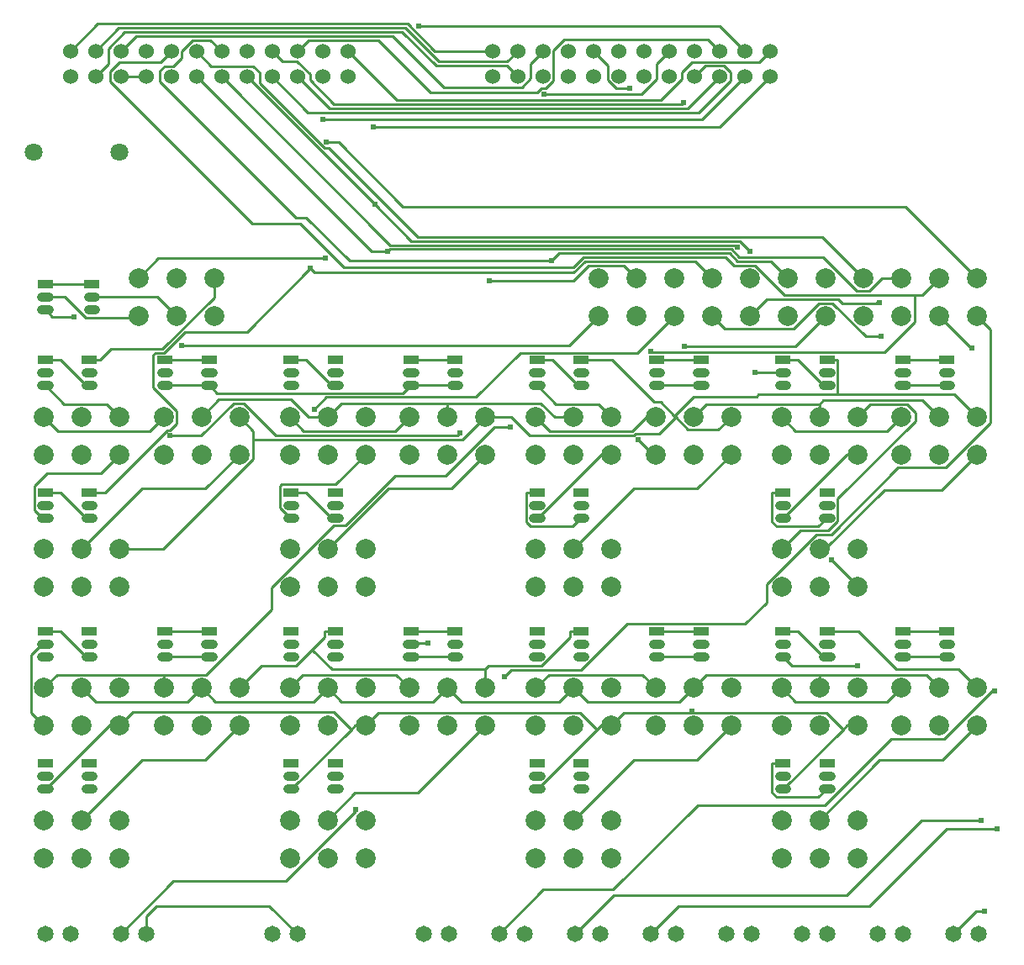
<source format=gtl>
G04 Layer: TopLayer*
G04 EasyEDA v6.4.25, 2021-12-30T01:40:23+01:00*
G04 349a449686454aac8e9d9284578b31c7,bb3cfcbffc6840158e79d7648404357e,10*
G04 Gerber Generator version 0.2*
G04 Scale: 100 percent, Rotated: No, Reflected: No *
G04 Dimensions in millimeters *
G04 leading zeros omitted , absolute positions ,4 integer and 5 decimal *
%FSLAX45Y45*%
%MOMM*%

%ADD10C,0.2540*%
%ADD11C,0.6100*%
%ADD12C,1.6510*%
%ADD13C,1.8000*%
%ADD14C,1.5240*%
%ADD15R,1.6000X0.9000*%
%ADD16C,1.9990*%
%ADD17C,0.9000*%

%LPD*%
D10*
X9207500Y1968492D02*
G01*
X9122384Y1883376D01*
X8700770Y1883376D01*
X8654872Y1929274D01*
X8654872Y2222492D01*
X8763000Y2222492D02*
G01*
X8654872Y2222492D01*
X10414000Y3555992D02*
G01*
X9969500Y3555992D01*
X9131300Y1650992D02*
G01*
X9736277Y2255969D01*
X10371277Y2255969D01*
X10718800Y2603492D01*
X8763000Y3301992D02*
G01*
X8856649Y3208342D01*
X9512300Y3208342D01*
X9207500Y3301992D02*
G01*
X9172676Y3301992D01*
X8918676Y3555992D01*
X8763000Y3555992D01*
X6654800Y1650992D02*
G01*
X7267219Y2263411D01*
X7902219Y2263411D01*
X8242300Y2603492D01*
X7937500Y3555992D02*
G01*
X7493000Y3555992D01*
X5192877Y3434072D02*
G01*
X5021579Y3434072D01*
X5016500Y3428992D01*
X5461000Y3555992D02*
G01*
X5016500Y3555992D01*
X5765800Y2603492D02*
G01*
X5092141Y1929833D01*
X4457141Y1929833D01*
X4178300Y1650992D01*
X1701800Y1650992D02*
G01*
X2314219Y2263411D01*
X2949219Y2263411D01*
X3289300Y2603492D01*
X2984500Y3555992D02*
G01*
X2540000Y3555992D01*
X1320800Y2603492D02*
G01*
X1191666Y2732625D01*
X1191666Y3319086D01*
X1301572Y3428992D01*
X1333500Y3428992D01*
X1778000Y3301992D02*
G01*
X1743176Y3301992D01*
X1489176Y3555992D01*
X1333500Y3555992D01*
X9207500Y4698992D02*
G01*
X9122384Y4613876D01*
X8700770Y4613876D01*
X8654872Y4659774D01*
X8654872Y4952992D01*
X8763000Y4952992D02*
G01*
X8654872Y4952992D01*
X10414000Y6286492D02*
G01*
X9969500Y6286492D01*
X9131300Y4381492D02*
G01*
X9189110Y4381492D01*
X9784588Y4976969D01*
X10361777Y4976969D01*
X10718800Y5333992D01*
X9512300Y5714992D02*
G01*
X9640392Y5843084D01*
X10012375Y5843084D01*
X10096703Y5758756D01*
X10096703Y5672879D01*
X9315780Y4891956D01*
X9315780Y4666150D01*
X9222613Y4572982D01*
X8941790Y4572982D01*
X8750300Y4381492D01*
X8763000Y6159492D02*
G01*
X8482939Y6159492D01*
X9207500Y6032492D02*
G01*
X9172676Y6032492D01*
X8918676Y6286492D01*
X8763000Y6286492D01*
X6731000Y4698992D02*
G01*
X6645884Y4613876D01*
X6224270Y4613876D01*
X6178372Y4659774D01*
X6178372Y4952992D01*
X6286500Y4952992D02*
G01*
X6178372Y4952992D01*
X7480300Y5333992D02*
G01*
X7456703Y5333992D01*
X7304404Y5486290D01*
X6654800Y4381492D02*
G01*
X7267219Y4993911D01*
X7902219Y4993911D01*
X8242300Y5333992D01*
X7493000Y6286492D02*
G01*
X7937500Y6286492D01*
X7035800Y5714992D02*
G01*
X6907707Y5843084D01*
X6475907Y5843084D01*
X6286500Y6032492D01*
X6731000Y6032492D02*
G01*
X6696176Y6032492D01*
X6442176Y6286492D01*
X6286500Y6286492D01*
X4254500Y4698992D02*
G01*
X4219676Y4698992D01*
X3965676Y4952992D01*
X3810000Y4952992D01*
X5461000Y6286492D02*
G01*
X5016500Y6286492D01*
X4178300Y4381492D02*
G01*
X4790719Y4993911D01*
X5425719Y4993911D01*
X5765800Y5333992D01*
X4254500Y6032492D02*
G01*
X4219676Y6032492D01*
X3965676Y6286492D01*
X3810000Y6286492D01*
X1778000Y4698992D02*
G01*
X1743176Y4698992D01*
X1489176Y4952992D01*
X1333500Y4952992D01*
X1701800Y4381492D02*
G01*
X2314219Y4993911D01*
X2949219Y4993911D01*
X3289300Y5333992D01*
X2540000Y6286492D02*
G01*
X2984500Y6286492D01*
X2082800Y5714992D02*
G01*
X1954707Y5843084D01*
X1522907Y5843084D01*
X1333500Y6032492D01*
X1778000Y6032492D02*
G01*
X1743176Y6032492D01*
X1489176Y6286492D01*
X1333500Y6286492D01*
X2654300Y6730992D02*
G01*
X2464308Y6920984D01*
X1802892Y6920984D01*
X2273300Y6730992D02*
G01*
X2253386Y6711078D01*
X1740331Y6711078D01*
X1529918Y6921492D01*
X1333500Y6921492D01*
X1802892Y7047984D02*
G01*
X1442135Y7047984D01*
X1441627Y7048492D01*
X1333500Y7048492D02*
G01*
X1441627Y7048492D01*
X10718800Y7111992D02*
G01*
X9999929Y7830863D01*
X4937302Y7830863D01*
X4289120Y8479045D01*
X4169181Y8479045D01*
X7434199Y6378110D02*
G01*
X7443393Y6368915D01*
X9791471Y6368915D01*
X10090429Y6667873D01*
X10090429Y6941964D01*
X10337800Y7111992D02*
G01*
X10167772Y6941964D01*
X10090429Y6941964D01*
X10090429Y6941964D02*
G01*
X8783980Y6941964D01*
X8485886Y7240059D01*
X8271560Y7240059D01*
X8189798Y7321821D01*
X6753326Y7321821D01*
X6655460Y7223955D01*
X4339869Y7223955D01*
X3902532Y7661292D01*
X3419906Y7661292D01*
X1988007Y9093192D01*
X1988007Y9194919D01*
X2082317Y9289229D01*
X2494737Y9289229D01*
X2603500Y9397992D01*
X2857500Y9143992D02*
G01*
X4621022Y7380470D01*
X4783302Y7380470D01*
X9956800Y7111992D02*
G01*
X9761651Y7111992D01*
X9633534Y6983874D01*
X9504095Y6983874D01*
X9166148Y7321821D01*
X8325815Y7321821D01*
X8244077Y7403558D01*
X4806391Y7403558D01*
X4783302Y7380470D01*
X9575800Y7111992D02*
G01*
X9161627Y7526164D01*
X5088331Y7526164D01*
X4194073Y8420422D01*
X4144899Y8420422D01*
X3492500Y9072821D01*
X3492500Y9184200D01*
X3428365Y9248335D01*
X3007156Y9248335D01*
X2857500Y9397992D01*
X9512300Y4000492D02*
G01*
X9512300Y4014843D01*
X9254134Y4273008D01*
X3111500Y9143992D02*
G01*
X4811064Y7444427D01*
X8286165Y7444427D01*
X8306587Y7424005D01*
X8813800Y7111992D02*
G01*
X8644839Y7280953D01*
X8308873Y7280953D01*
X8227136Y7362690D01*
X6513855Y7362690D01*
X6436106Y7284940D01*
X6436106Y7284940D02*
G01*
X4399127Y7284940D01*
X3964203Y7719865D01*
X3862476Y7719865D01*
X2492527Y9089814D01*
X2492527Y9200227D01*
X2540634Y9248335D01*
X2622753Y9248335D01*
X2707843Y9333425D01*
X2707843Y9395884D01*
X2823006Y9511047D01*
X2998444Y9511047D01*
X3111500Y9397992D01*
X3365500Y9143992D02*
G01*
X3365500Y9142011D01*
X4654981Y7852529D01*
X4656963Y7852529D01*
X8432800Y7380444D02*
G01*
X8432800Y7380698D01*
X8328202Y7485296D01*
X5024196Y7485296D01*
X4656963Y7852529D01*
X1778000Y4952992D02*
G01*
X1936572Y4952992D01*
X2565958Y5582378D01*
X2594559Y5582378D01*
X2659456Y5647275D01*
X2659456Y5774580D01*
X2424125Y6009911D01*
X2424125Y6337546D01*
X2446197Y6359618D01*
X2533497Y6359618D01*
X2746197Y6572318D01*
X3370199Y6572318D01*
X4007840Y7209960D01*
X4007840Y7209960D02*
G01*
X4048709Y7169091D01*
X6658432Y7169091D01*
X6770293Y7280953D01*
X7882839Y7280953D01*
X8051800Y7111992D01*
X9131300Y3112584D02*
G01*
X9131300Y2984492D01*
X10337800Y2984492D02*
G01*
X10209707Y3112584D01*
X9131300Y3112584D01*
X9131300Y3112584D02*
G01*
X7989392Y3112584D01*
X7861300Y2984492D01*
X7861300Y2984492D02*
G01*
X7718425Y2841617D01*
X6797675Y2841617D01*
X6654800Y2984492D01*
X6654800Y2984492D02*
G01*
X6513245Y2842938D01*
X5526354Y2842938D01*
X5384800Y2984492D01*
X5384800Y2984492D02*
G01*
X5243728Y2843420D01*
X4319371Y2843420D01*
X4178300Y2984492D01*
X4178300Y2984492D02*
G01*
X4037406Y2843598D01*
X3049193Y2843598D01*
X2908300Y2984492D01*
X2908300Y2984492D02*
G01*
X2767482Y2843674D01*
X1842617Y2843674D01*
X1701800Y2984492D01*
X9131300Y5843084D02*
G01*
X9131300Y5714992D01*
X5384800Y5852431D02*
G01*
X5384800Y5714992D01*
X5384800Y5852431D02*
G01*
X4315739Y5852431D01*
X4178300Y5714992D01*
X10337800Y5714992D02*
G01*
X10168839Y5883953D01*
X9172168Y5883953D01*
X9131300Y5843084D01*
X9131300Y5843084D02*
G01*
X7989392Y5843084D01*
X7861300Y5714992D01*
X4178300Y5714992D02*
G01*
X3989476Y5714992D01*
X3813860Y5890607D01*
X3083915Y5890607D01*
X2908300Y5714992D01*
X6654800Y5714992D02*
G01*
X6465570Y5714992D01*
X6328130Y5852431D01*
X5384800Y5852431D01*
X5842000Y9397992D02*
G01*
X5261584Y9397992D01*
X4985054Y9674522D01*
X1864029Y9674522D01*
X1587500Y9397992D01*
X6096000Y9143992D02*
G01*
X5989447Y9250545D01*
X5273014Y9250545D01*
X4930775Y9592784D01*
X2137079Y9592784D01*
X1968500Y9424205D01*
X1968500Y9270992D01*
X1841500Y9143992D01*
X6096000Y9397992D02*
G01*
X5989472Y9291464D01*
X5302859Y9291464D01*
X4960670Y9633653D01*
X2077161Y9633653D01*
X1841500Y9397992D01*
X2273300Y7111992D02*
G01*
X2471394Y7310086D01*
X4155059Y7310086D01*
X6350000Y9397992D02*
G01*
X6223000Y9270992D01*
X6223000Y9122046D01*
X6137046Y9036093D01*
X5353253Y9036093D01*
X4837429Y9551916D01*
X2249424Y9551916D01*
X2095500Y9397992D01*
X7289800Y7111992D02*
G01*
X7161707Y7240084D01*
X6807708Y7240084D01*
X6656095Y7088471D01*
X5803823Y7088471D01*
X9956800Y2984492D02*
G01*
X9813925Y2841617D01*
X8893175Y2841617D01*
X8750300Y2984492D01*
X7480300Y2984492D02*
G01*
X7347965Y3116826D01*
X6406134Y3116826D01*
X6273800Y2984492D01*
X7225918Y9023875D02*
G01*
X7084568Y9023875D01*
X6999477Y9108965D01*
X6999477Y9256514D01*
X6858000Y9397992D01*
X5003800Y2984492D02*
G01*
X4871465Y3116826D01*
X3929634Y3116826D01*
X3797300Y2984492D01*
X2527300Y2984492D02*
G01*
X2527300Y3116826D01*
X1320800Y2984492D02*
G01*
X1453134Y3116826D01*
X2527300Y3116826D01*
X2527300Y3116826D02*
G01*
X2950489Y3116826D01*
X3612210Y3778547D01*
X3612210Y3996529D01*
X4241418Y4625738D01*
X4362653Y4625738D01*
X4857267Y5120352D01*
X5371033Y5120352D01*
X5859856Y5609175D01*
X6020358Y5609175D01*
X9956800Y5714992D02*
G01*
X9813925Y5572117D01*
X8893175Y5572117D01*
X8750300Y5714992D01*
X7480300Y5714992D02*
G01*
X7392390Y5714992D01*
X7249515Y5572117D01*
X6416675Y5572117D01*
X6273800Y5714992D01*
X3797300Y5714992D02*
G01*
X3940175Y5572117D01*
X4860925Y5572117D01*
X5003800Y5714992D01*
X2527300Y5714992D02*
G01*
X2384425Y5572117D01*
X1463675Y5572117D01*
X1320800Y5714992D01*
X2590215Y5523755D02*
G01*
X2907639Y5523755D01*
X3233623Y5849739D01*
X3336645Y5849739D01*
X3655822Y5530562D01*
X5489727Y5530562D01*
X5510174Y5551009D01*
X7620000Y9397992D02*
G01*
X7493000Y9270992D01*
X7493000Y9119252D01*
X7338974Y8965227D01*
X6354927Y8965227D01*
X7874000Y9143992D02*
G01*
X7979867Y9249859D01*
X8173110Y9249859D01*
X8237347Y9185622D01*
X8237347Y9102107D01*
X7916545Y8781305D01*
X3982186Y8781305D01*
X3619500Y9143992D01*
X3619500Y9397992D02*
G01*
X3723843Y9293649D01*
X3871696Y9293649D01*
X4000500Y9164845D01*
X4000500Y9105181D01*
X4242638Y8863042D01*
X7743774Y8863042D01*
X7764221Y8883489D01*
X8128000Y9143992D02*
G01*
X7806181Y8822174D01*
X4195318Y8822174D01*
X3873500Y9143992D01*
X8128000Y9397992D02*
G01*
X8011820Y9514171D01*
X6562674Y9514171D01*
X6454343Y9405840D01*
X6454343Y9099466D01*
X6379006Y9024129D01*
X6330391Y9024129D01*
X6292494Y8986232D01*
X5219268Y8986232D01*
X4694478Y9511022D01*
X3986529Y9511022D01*
X3873500Y9397992D01*
X8382000Y9143992D02*
G01*
X7948752Y8710744D01*
X4127500Y8710744D01*
X8382000Y9397992D02*
G01*
X8131886Y9648106D01*
X5094782Y9648106D01*
X4640579Y8635865D02*
G01*
X8127872Y8635865D01*
X8636000Y9143992D01*
X8636000Y9397992D02*
G01*
X8528735Y9290728D01*
X7851266Y9290728D01*
X7747000Y9186461D01*
X7747000Y9117830D01*
X7533081Y8903911D01*
X4875580Y8903911D01*
X4381500Y9397992D01*
X9512300Y5333992D02*
G01*
X9409455Y5333992D01*
X8774455Y4698992D01*
X8763000Y4698992D01*
X7035800Y5333992D02*
G01*
X6932955Y5333992D01*
X6297955Y4698992D01*
X6286500Y4698992D01*
X10414000Y3301992D02*
G01*
X9969500Y3301992D01*
X9512300Y2603492D02*
G01*
X9409455Y2603492D01*
X9369780Y2563817D01*
X7937500Y3301992D02*
G01*
X7493000Y3301992D01*
X5461000Y3301992D02*
G01*
X5016500Y3301992D01*
X2082800Y2603492D02*
G01*
X1979955Y2603492D01*
X1344955Y1968492D01*
X1333500Y1968492D01*
X2082800Y2603492D02*
G01*
X2217978Y2738671D01*
X4241901Y2738671D01*
X4416780Y2563817D01*
X4559300Y2603492D02*
G01*
X4456455Y2603492D01*
X4416780Y2563817D01*
X4416780Y2563817D02*
G01*
X3821455Y1968492D01*
X3810000Y1968492D01*
X2984500Y3301992D02*
G01*
X2540000Y3301992D01*
X10414000Y6032492D02*
G01*
X9969500Y6032492D01*
X7852232Y2731584D02*
G01*
X7852232Y2751142D01*
X7035800Y2603492D02*
G01*
X7163892Y2731584D01*
X7852232Y2731584D01*
X7937500Y6032492D02*
G01*
X7493000Y6032492D01*
X6893280Y2563817D02*
G01*
X6720027Y2737045D01*
X4692853Y2737045D01*
X4559300Y2603492D01*
X7035800Y2603492D02*
G01*
X6932955Y2603492D01*
X6893280Y2563817D01*
X6893280Y2563817D02*
G01*
X6297955Y1968492D01*
X6286500Y1968492D01*
X3810000Y4698992D02*
G01*
X3798544Y4698992D01*
X3701846Y4795690D01*
X3701846Y5018702D01*
X3717950Y5034805D01*
X4260113Y5034805D01*
X4559300Y5333992D01*
X5461000Y6032492D02*
G01*
X5016500Y6032492D01*
X1333500Y4698992D02*
G01*
X1303070Y4698992D01*
X1225346Y4776716D01*
X1225346Y5018702D01*
X1354201Y5147556D01*
X1896363Y5147556D01*
X2082800Y5333992D01*
X2984500Y6032492D02*
G01*
X2540000Y6032492D01*
X8763000Y1968492D02*
G01*
X8774455Y1968492D01*
X9369780Y2563817D01*
X9369780Y2563817D02*
G01*
X9201988Y2731584D01*
X7852232Y2731584D01*
X5016500Y6032492D02*
G01*
X4938928Y5954920D01*
X3062071Y5954920D01*
X2984500Y6032492D01*
X1624939Y6720095D02*
G01*
X1407896Y6720095D01*
X1333500Y6794492D01*
X10718800Y6730992D02*
G01*
X10855020Y6594772D01*
X10855020Y5651339D01*
X10409580Y5205900D01*
X9926827Y5205900D01*
X9253016Y4532088D01*
X9100769Y4532088D01*
X8598128Y4029448D01*
X8598128Y3843748D01*
X8383498Y3629118D01*
X7198486Y3629118D01*
X6734225Y3164857D01*
X6031991Y3164857D01*
X5962268Y3095134D01*
X10337800Y6730992D02*
G01*
X10656722Y6412069D01*
X10671454Y6412069D01*
X5905500Y507992D02*
G01*
X6349491Y951984D01*
X7053656Y951984D01*
X7905750Y1804078D01*
X9184208Y1804078D01*
X9855530Y2475400D01*
X10390860Y2475400D01*
X10867263Y2951802D01*
X10897361Y2951802D01*
X10764240Y1649671D02*
G01*
X10157891Y1649671D01*
X9407143Y898923D01*
X7058431Y898923D01*
X6667500Y507992D01*
X7429500Y507992D02*
G01*
X7711617Y790110D01*
X9636252Y790110D01*
X10414000Y1567858D01*
X10917809Y1567858D01*
X9194800Y6730992D02*
G01*
X8891371Y6427563D01*
X7771739Y6427563D01*
X8432800Y6730992D02*
G01*
X8602852Y6901045D01*
X9324111Y6901045D01*
X9364929Y6860227D01*
X9703790Y6860227D01*
X9725279Y6881715D01*
X9734575Y6881715D01*
X9734575Y6863935D01*
X8051800Y6730992D02*
G01*
X8179892Y6602900D01*
X8871915Y6602900D01*
X9129166Y6860151D01*
X9265488Y6860151D01*
X9597212Y6528427D01*
X9757156Y6528427D01*
X10477500Y507992D02*
G01*
X10706379Y736871D01*
X10794314Y736871D01*
X2711754Y6437800D02*
G01*
X6615607Y6437800D01*
X6908800Y6730992D01*
X7670800Y6730992D02*
G01*
X7299426Y6359618D01*
X6121730Y6359618D01*
X5676138Y5914026D01*
X4165930Y5914026D01*
X4042994Y5791090D01*
X10718800Y2984492D02*
G01*
X10532363Y3170928D01*
X9906990Y3170928D01*
X9521926Y3555992D01*
X9207500Y3555992D01*
X6731000Y3555992D02*
G01*
X6622872Y3555992D01*
X4254500Y3555992D02*
G01*
X4146372Y3555992D01*
X4024884Y3370800D02*
G01*
X4146372Y3492289D01*
X4146372Y3555992D01*
X3289300Y2984492D02*
G01*
X3510559Y3205751D01*
X3859834Y3205751D01*
X4024884Y3370800D01*
X9207500Y6286492D02*
G01*
X9315627Y6286492D01*
X9315627Y5940620D02*
G01*
X9315627Y6286492D01*
X10718800Y5714992D02*
G01*
X10493171Y5940620D01*
X9315627Y5940620D01*
X7669733Y5725203D02*
G01*
X7531404Y5863506D01*
X7468412Y5863506D01*
X7045426Y6286492D01*
X6731000Y6286492D01*
X1778000Y6286492D02*
G01*
X1886127Y6286492D01*
X2095500Y9143992D02*
G01*
X2349500Y9143992D01*
X2349500Y507992D02*
G01*
X2349500Y684344D01*
X2455290Y790135D01*
X3591356Y790135D01*
X3873500Y507992D01*
X7669733Y5725203D02*
G01*
X7865414Y5920884D01*
X8501227Y5920884D01*
X8520963Y5940620D01*
X9315627Y5940620D01*
X3035300Y7111992D02*
G01*
X3035300Y6919257D01*
X2516530Y6400487D01*
X2000122Y6400487D01*
X1886127Y6286492D01*
X5765800Y2984492D02*
G01*
X5765800Y3171512D01*
X6622872Y3555992D02*
G01*
X6622872Y3492289D01*
X6336334Y3205751D01*
X5800039Y3205751D01*
X5765800Y3171512D01*
X5765800Y3171512D02*
G01*
X4224172Y3171512D01*
X4024884Y3370800D01*
X8242300Y5714992D02*
G01*
X8114182Y5586874D01*
X7808036Y5586874D01*
X7684465Y5710471D01*
X7684465Y5710471D02*
G01*
X7669733Y5725203D01*
X7684465Y5710471D02*
G01*
X7518908Y5544913D01*
X7280122Y5544913D01*
X7263638Y5528429D01*
X6210960Y5528429D01*
X6024397Y5714992D01*
X5765800Y5714992D01*
X3432657Y5489694D02*
G01*
X5540502Y5489694D01*
X5765800Y5714992D01*
X3289300Y5714992D02*
G01*
X3432657Y5571634D01*
X3432657Y5489694D01*
X3432657Y5489694D02*
G01*
X3432657Y5289745D01*
X2524404Y4381492D01*
X2082800Y4381492D01*
X2095500Y507992D02*
G01*
X2625470Y1037963D01*
X3755770Y1037963D01*
X4459274Y1741467D01*
X4459274Y1757697D01*
D12*
G01*
X2095500Y508000D03*
G01*
X2349500Y508000D03*
G01*
X3619500Y508000D03*
G01*
X3873500Y508000D03*
G01*
X1333500Y508000D03*
G01*
X1587500Y508000D03*
G01*
X10477500Y508000D03*
G01*
X10731500Y508000D03*
G01*
X9715500Y508000D03*
G01*
X9969500Y508000D03*
G01*
X8953500Y508000D03*
G01*
X9207500Y508000D03*
G01*
X8191500Y508000D03*
G01*
X8445500Y508000D03*
G01*
X7429500Y508000D03*
G01*
X7683500Y508000D03*
G01*
X6667500Y508000D03*
G01*
X6921500Y508000D03*
G01*
X5905500Y508000D03*
G01*
X6159500Y508000D03*
G01*
X5143500Y508000D03*
G01*
X5397500Y508000D03*
D13*
G01*
X1215999Y8382000D03*
G01*
X2086000Y8382000D03*
D14*
G01*
X8636000Y9398000D03*
G01*
X8636000Y9144000D03*
G01*
X8382000Y9398000D03*
G01*
X8382000Y9144000D03*
G01*
X8128000Y9398000D03*
G01*
X8128000Y9144000D03*
G01*
X7874000Y9398000D03*
G01*
X7874000Y9144000D03*
G01*
X7620000Y9398000D03*
G01*
X7620000Y9144000D03*
G01*
X7366000Y9398000D03*
G01*
X7366000Y9144000D03*
G01*
X7112000Y9398000D03*
G01*
X7112000Y9144000D03*
G01*
X6858000Y9398000D03*
G01*
X6858000Y9144000D03*
G01*
X6604000Y9398000D03*
G01*
X6604000Y9144000D03*
G01*
X6350000Y9398000D03*
G01*
X6350000Y9144000D03*
G01*
X6096000Y9398000D03*
G01*
X6096000Y9144000D03*
G01*
X5842000Y9398000D03*
G01*
X5842000Y9144000D03*
G01*
X4381500Y9398000D03*
G01*
X4381500Y9144000D03*
G01*
X4127500Y9398000D03*
G01*
X4127500Y9144000D03*
G01*
X3873500Y9398000D03*
G01*
X3873500Y9144000D03*
G01*
X3619500Y9398000D03*
G01*
X3619500Y9144000D03*
G01*
X3365500Y9398000D03*
G01*
X3365500Y9144000D03*
G01*
X3111500Y9398000D03*
G01*
X3111500Y9144000D03*
G01*
X2857500Y9398000D03*
G01*
X2857500Y9144000D03*
G01*
X2603500Y9398000D03*
G01*
X2603500Y9144000D03*
G01*
X2349500Y9398000D03*
G01*
X2349500Y9144000D03*
G01*
X2095500Y9398000D03*
G01*
X2095500Y9144000D03*
G01*
X1841500Y9398000D03*
G01*
X1841500Y9144000D03*
G01*
X1587500Y9398000D03*
G01*
X1587500Y9144000D03*
D15*
G01*
X1333500Y7048500D03*
G01*
X1802892Y7047992D03*
G01*
X1333500Y6286500D03*
G01*
X1778000Y6286500D03*
G01*
X2540000Y6286500D03*
G01*
X2984500Y6286500D03*
G01*
X1333500Y4953000D03*
G01*
X1778000Y4953000D03*
G01*
X3810000Y6286500D03*
G01*
X4254500Y6286500D03*
G01*
X5016500Y6286500D03*
G01*
X5461000Y6286500D03*
G01*
X3810000Y4953000D03*
G01*
X4254500Y4953000D03*
G01*
X6286500Y6286500D03*
G01*
X6731000Y6286500D03*
G01*
X7493000Y6286500D03*
G01*
X7937500Y6286500D03*
G01*
X6286500Y4953000D03*
G01*
X6731000Y4953000D03*
G01*
X8763000Y6286500D03*
G01*
X9207500Y6286500D03*
G01*
X9969500Y6286500D03*
G01*
X10414000Y6286500D03*
G01*
X8763000Y4953000D03*
G01*
X9207500Y4953000D03*
G01*
X1333500Y3556000D03*
G01*
X1778000Y3556000D03*
G01*
X2540000Y3556000D03*
G01*
X2984500Y3556000D03*
G01*
X1333500Y2222500D03*
G01*
X1778000Y2222500D03*
G01*
X3810000Y3556000D03*
G01*
X4254500Y3556000D03*
G01*
X5016500Y3556000D03*
G01*
X5461000Y3556000D03*
G01*
X3810000Y2222500D03*
G01*
X4254500Y2222500D03*
G01*
X6286500Y3556000D03*
G01*
X6731000Y3556000D03*
G01*
X7493000Y3556000D03*
G01*
X7937500Y3556000D03*
G01*
X6286500Y2222500D03*
G01*
X6731000Y2222500D03*
G01*
X8763000Y3556000D03*
G01*
X9207500Y3556000D03*
G01*
X9969500Y3556000D03*
G01*
X10414000Y3556000D03*
G01*
X8763000Y2222500D03*
G01*
X9207500Y2222500D03*
D16*
G01*
X6908800Y7112000D03*
G01*
X6908800Y6731000D03*
G01*
X7289800Y7112000D03*
G01*
X7289800Y6731000D03*
G01*
X7670800Y7112000D03*
G01*
X7670800Y6731000D03*
G01*
X8051800Y7112000D03*
G01*
X8051800Y6731000D03*
G01*
X8432800Y7112000D03*
G01*
X8432800Y6731000D03*
G01*
X8813800Y7112000D03*
G01*
X8813800Y6731000D03*
G01*
X9194800Y7112000D03*
G01*
X9194800Y6731000D03*
G01*
X9575800Y7112000D03*
G01*
X9575800Y6731000D03*
G01*
X9956800Y7112000D03*
G01*
X9956800Y6731000D03*
G01*
X10337800Y7112000D03*
G01*
X10337800Y6731000D03*
G01*
X10718800Y7112000D03*
G01*
X10718800Y6731000D03*
G01*
X2273300Y7112000D03*
G01*
X2273300Y6731000D03*
G01*
X2654300Y7112000D03*
G01*
X2654300Y6731000D03*
G01*
X3035300Y7112000D03*
G01*
X3035300Y6731000D03*
G01*
X1320800Y5715000D03*
G01*
X1320800Y5334000D03*
G01*
X1701800Y5715000D03*
G01*
X1701800Y5334000D03*
G01*
X2082800Y5715000D03*
G01*
X2082800Y5334000D03*
G01*
X2527300Y5715000D03*
G01*
X2527300Y5334000D03*
G01*
X2908300Y5715000D03*
G01*
X2908300Y5334000D03*
G01*
X3289300Y5715000D03*
G01*
X3289300Y5334000D03*
G01*
X1320800Y4381500D03*
G01*
X1320800Y4000500D03*
G01*
X1701800Y4381500D03*
G01*
X1701800Y4000500D03*
G01*
X2082800Y4381500D03*
G01*
X2082800Y4000500D03*
G01*
X3797300Y5715000D03*
G01*
X3797300Y5334000D03*
G01*
X4178300Y5715000D03*
G01*
X4178300Y5334000D03*
G01*
X4559300Y5715000D03*
G01*
X4559300Y5334000D03*
G01*
X5003800Y5715000D03*
G01*
X5003800Y5334000D03*
G01*
X5384800Y5715000D03*
G01*
X5384800Y5334000D03*
G01*
X5765800Y5715000D03*
G01*
X5765800Y5334000D03*
G01*
X3797300Y4381500D03*
G01*
X3797300Y4000500D03*
G01*
X4178300Y4381500D03*
G01*
X4178300Y4000500D03*
G01*
X4559300Y4381500D03*
G01*
X4559300Y4000500D03*
G01*
X6273800Y5715000D03*
G01*
X6273800Y5334000D03*
G01*
X6654800Y5715000D03*
G01*
X6654800Y5334000D03*
G01*
X7035800Y5715000D03*
G01*
X7035800Y5334000D03*
G01*
X7480300Y5715000D03*
G01*
X7480300Y5334000D03*
G01*
X7861300Y5715000D03*
G01*
X7861300Y5334000D03*
G01*
X8242300Y5715000D03*
G01*
X8242300Y5334000D03*
G01*
X6273800Y4381500D03*
G01*
X6273800Y4000500D03*
G01*
X6654800Y4381500D03*
G01*
X6654800Y4000500D03*
G01*
X7035800Y4381500D03*
G01*
X7035800Y4000500D03*
G01*
X8750300Y5715000D03*
G01*
X8750300Y5334000D03*
G01*
X9131300Y5715000D03*
G01*
X9131300Y5334000D03*
G01*
X9512300Y5715000D03*
G01*
X9512300Y5334000D03*
G01*
X9956800Y5715000D03*
G01*
X9956800Y5334000D03*
G01*
X10337800Y5715000D03*
G01*
X10337800Y5334000D03*
G01*
X10718800Y5715000D03*
G01*
X10718800Y5334000D03*
G01*
X8750300Y4381500D03*
G01*
X8750300Y4000500D03*
G01*
X9131300Y4381500D03*
G01*
X9131300Y4000500D03*
G01*
X9512300Y4381500D03*
G01*
X9512300Y4000500D03*
G01*
X1320800Y2984500D03*
G01*
X1320800Y2603500D03*
G01*
X1701800Y2984500D03*
G01*
X1701800Y2603500D03*
G01*
X2082800Y2984500D03*
G01*
X2082800Y2603500D03*
G01*
X2527300Y2984500D03*
G01*
X2527300Y2603500D03*
G01*
X2908300Y2984500D03*
G01*
X2908300Y2603500D03*
G01*
X3289300Y2984500D03*
G01*
X3289300Y2603500D03*
G01*
X1320800Y1651000D03*
G01*
X1320800Y1270000D03*
G01*
X1701800Y1651000D03*
G01*
X1701800Y1270000D03*
G01*
X2082800Y1651000D03*
G01*
X2082800Y1270000D03*
G01*
X3797300Y2984500D03*
G01*
X3797300Y2603500D03*
G01*
X4178300Y2984500D03*
G01*
X4178300Y2603500D03*
G01*
X4559300Y2984500D03*
G01*
X4559300Y2603500D03*
G01*
X5003800Y2984500D03*
G01*
X5003800Y2603500D03*
G01*
X5384800Y2984500D03*
G01*
X5384800Y2603500D03*
G01*
X5765800Y2984500D03*
G01*
X5765800Y2603500D03*
G01*
X3797300Y1651000D03*
G01*
X3797300Y1270000D03*
G01*
X4178300Y1651000D03*
G01*
X4178300Y1270000D03*
G01*
X4559300Y1651000D03*
G01*
X4559300Y1270000D03*
G01*
X6273800Y2984500D03*
G01*
X6273800Y2603500D03*
G01*
X6654800Y2984500D03*
G01*
X6654800Y2603500D03*
G01*
X7035800Y2984500D03*
G01*
X7035800Y2603500D03*
G01*
X7480300Y2984500D03*
G01*
X7480300Y2603500D03*
G01*
X7861300Y2984500D03*
G01*
X7861300Y2603500D03*
G01*
X8242300Y2984500D03*
G01*
X8242300Y2603500D03*
G01*
X6273800Y1651000D03*
G01*
X6273800Y1270000D03*
G01*
X6654800Y1651000D03*
G01*
X6654800Y1270000D03*
G01*
X7035800Y1651000D03*
G01*
X7035800Y1270000D03*
G01*
X8750300Y2984500D03*
G01*
X8750300Y2603500D03*
G01*
X9131300Y2984500D03*
G01*
X9131300Y2603500D03*
G01*
X9512300Y2984500D03*
G01*
X9512300Y2603500D03*
G01*
X9956800Y2984500D03*
G01*
X9956800Y2603500D03*
G01*
X10337800Y2984500D03*
G01*
X10337800Y2603500D03*
G01*
X10718800Y2984500D03*
G01*
X10718800Y2603500D03*
G01*
X8750300Y1651000D03*
G01*
X8750300Y1270000D03*
G01*
X9131300Y1651000D03*
G01*
X9131300Y1270000D03*
G01*
X9512300Y1651000D03*
G01*
X9512300Y1270000D03*
D11*
G01*
X4459274Y1757697D03*
G01*
X4042994Y5791090D03*
G01*
X2711754Y6437800D03*
G01*
X10794314Y736871D03*
G01*
X9757156Y6528427D03*
G01*
X9734575Y6863935D03*
G01*
X7771739Y6427563D03*
G01*
X10917809Y1567858D03*
G01*
X10764240Y1649671D03*
G01*
X10897361Y2951802D03*
G01*
X10671454Y6412069D03*
G01*
X5962268Y3095134D03*
G01*
X1624939Y6720095D03*
G01*
X7852232Y2751142D03*
G01*
X4640579Y8635865D03*
G01*
X5094782Y9648106D03*
G01*
X4127500Y8710744D03*
G01*
X7764221Y8883489D03*
G01*
X6354927Y8965227D03*
G01*
X5510174Y5551009D03*
G01*
X2590215Y5523755D03*
G01*
X6020358Y5609175D03*
G01*
X7225918Y9023875D03*
G01*
X5803823Y7088471D03*
G01*
X4155059Y7310086D03*
G01*
X4007840Y7209960D03*
G01*
X4656963Y7852529D03*
G01*
X8432800Y7380444D03*
G01*
X6436106Y7284940D03*
G01*
X9254134Y4273008D03*
G01*
X8306587Y7424005D03*
G01*
X4783302Y7380470D03*
G01*
X7434199Y6378110D03*
G01*
X4169181Y8479045D03*
G01*
X7304404Y5486290D03*
G01*
X8482939Y6159492D03*
G01*
X5192877Y3434072D03*
G01*
X9512300Y3208342D03*
D17*
X1368498Y6921500D02*
G01*
X1298498Y6921500D01*
X1368498Y6794500D02*
G01*
X1298498Y6794500D01*
X1837890Y6920992D02*
G01*
X1767890Y6920992D01*
X1837890Y6793992D02*
G01*
X1767890Y6793992D01*
X1368498Y6159500D02*
G01*
X1298498Y6159500D01*
X1368498Y6032500D02*
G01*
X1298498Y6032500D01*
X1812998Y6159500D02*
G01*
X1742998Y6159500D01*
X1812998Y6032500D02*
G01*
X1742998Y6032500D01*
X2574998Y6159500D02*
G01*
X2504998Y6159500D01*
X2574998Y6032500D02*
G01*
X2504998Y6032500D01*
X3019498Y6159500D02*
G01*
X2949498Y6159500D01*
X3019498Y6032500D02*
G01*
X2949498Y6032500D01*
X1368498Y4826000D02*
G01*
X1298498Y4826000D01*
X1368498Y4699000D02*
G01*
X1298498Y4699000D01*
X1812998Y4826000D02*
G01*
X1742998Y4826000D01*
X1812998Y4699000D02*
G01*
X1742998Y4699000D01*
X3844998Y6159500D02*
G01*
X3774998Y6159500D01*
X3844998Y6032500D02*
G01*
X3774998Y6032500D01*
X4289498Y6159500D02*
G01*
X4219498Y6159500D01*
X4289498Y6032500D02*
G01*
X4219498Y6032500D01*
X5051498Y6159500D02*
G01*
X4981498Y6159500D01*
X5051498Y6032500D02*
G01*
X4981498Y6032500D01*
X5495998Y6159500D02*
G01*
X5425998Y6159500D01*
X5495998Y6032500D02*
G01*
X5425998Y6032500D01*
X3844998Y4826000D02*
G01*
X3774998Y4826000D01*
X3844998Y4699000D02*
G01*
X3774998Y4699000D01*
X4289498Y4826000D02*
G01*
X4219498Y4826000D01*
X4289498Y4699000D02*
G01*
X4219498Y4699000D01*
X6321498Y6159500D02*
G01*
X6251498Y6159500D01*
X6321498Y6032500D02*
G01*
X6251498Y6032500D01*
X6765998Y6159500D02*
G01*
X6695998Y6159500D01*
X6765998Y6032500D02*
G01*
X6695998Y6032500D01*
X7527998Y6159500D02*
G01*
X7457998Y6159500D01*
X7527998Y6032500D02*
G01*
X7457998Y6032500D01*
X7972498Y6159500D02*
G01*
X7902498Y6159500D01*
X7972498Y6032500D02*
G01*
X7902498Y6032500D01*
X6321498Y4826000D02*
G01*
X6251498Y4826000D01*
X6321498Y4699000D02*
G01*
X6251498Y4699000D01*
X6765998Y4826000D02*
G01*
X6695998Y4826000D01*
X6765998Y4699000D02*
G01*
X6695998Y4699000D01*
X8797998Y6159500D02*
G01*
X8727998Y6159500D01*
X8797998Y6032500D02*
G01*
X8727998Y6032500D01*
X9242498Y6159500D02*
G01*
X9172498Y6159500D01*
X9242498Y6032500D02*
G01*
X9172498Y6032500D01*
X10004498Y6159500D02*
G01*
X9934498Y6159500D01*
X10004498Y6032500D02*
G01*
X9934498Y6032500D01*
X10448998Y6159500D02*
G01*
X10378998Y6159500D01*
X10448998Y6032500D02*
G01*
X10378998Y6032500D01*
X8797998Y4826000D02*
G01*
X8727998Y4826000D01*
X8797998Y4699000D02*
G01*
X8727998Y4699000D01*
X9242498Y4826000D02*
G01*
X9172498Y4826000D01*
X9242498Y4699000D02*
G01*
X9172498Y4699000D01*
X1368498Y3429000D02*
G01*
X1298498Y3429000D01*
X1368498Y3302000D02*
G01*
X1298498Y3302000D01*
X1812998Y3429000D02*
G01*
X1742998Y3429000D01*
X1812998Y3302000D02*
G01*
X1742998Y3302000D01*
X2574998Y3429000D02*
G01*
X2504998Y3429000D01*
X2574998Y3302000D02*
G01*
X2504998Y3302000D01*
X3019498Y3429000D02*
G01*
X2949498Y3429000D01*
X3019498Y3302000D02*
G01*
X2949498Y3302000D01*
X1368498Y2095500D02*
G01*
X1298498Y2095500D01*
X1368498Y1968500D02*
G01*
X1298498Y1968500D01*
X1812998Y2095500D02*
G01*
X1742998Y2095500D01*
X1812998Y1968500D02*
G01*
X1742998Y1968500D01*
X3844998Y3429000D02*
G01*
X3774998Y3429000D01*
X3844998Y3302000D02*
G01*
X3774998Y3302000D01*
X4289498Y3429000D02*
G01*
X4219498Y3429000D01*
X4289498Y3302000D02*
G01*
X4219498Y3302000D01*
X5051498Y3429000D02*
G01*
X4981498Y3429000D01*
X5051498Y3302000D02*
G01*
X4981498Y3302000D01*
X5495998Y3429000D02*
G01*
X5425998Y3429000D01*
X5495998Y3302000D02*
G01*
X5425998Y3302000D01*
X3844998Y2095500D02*
G01*
X3774998Y2095500D01*
X3844998Y1968500D02*
G01*
X3774998Y1968500D01*
X4289498Y2095500D02*
G01*
X4219498Y2095500D01*
X4289498Y1968500D02*
G01*
X4219498Y1968500D01*
X6321498Y3429000D02*
G01*
X6251498Y3429000D01*
X6321498Y3302000D02*
G01*
X6251498Y3302000D01*
X6765998Y3429000D02*
G01*
X6695998Y3429000D01*
X6765998Y3302000D02*
G01*
X6695998Y3302000D01*
X7527998Y3429000D02*
G01*
X7457998Y3429000D01*
X7527998Y3302000D02*
G01*
X7457998Y3302000D01*
X7972498Y3429000D02*
G01*
X7902498Y3429000D01*
X7972498Y3302000D02*
G01*
X7902498Y3302000D01*
X6321498Y2095500D02*
G01*
X6251498Y2095500D01*
X6321498Y1968500D02*
G01*
X6251498Y1968500D01*
X6765998Y2095500D02*
G01*
X6695998Y2095500D01*
X6765998Y1968500D02*
G01*
X6695998Y1968500D01*
X8797998Y3429000D02*
G01*
X8727998Y3429000D01*
X8797998Y3302000D02*
G01*
X8727998Y3302000D01*
X9242498Y3429000D02*
G01*
X9172498Y3429000D01*
X9242498Y3302000D02*
G01*
X9172498Y3302000D01*
X10004498Y3429000D02*
G01*
X9934498Y3429000D01*
X10004498Y3302000D02*
G01*
X9934498Y3302000D01*
X10448998Y3429000D02*
G01*
X10378998Y3429000D01*
X10448998Y3302000D02*
G01*
X10378998Y3302000D01*
X8797998Y2095500D02*
G01*
X8727998Y2095500D01*
X8797998Y1968500D02*
G01*
X8727998Y1968500D01*
X9242498Y2095500D02*
G01*
X9172498Y2095500D01*
X9242498Y1968500D02*
G01*
X9172498Y1968500D01*
M02*

</source>
